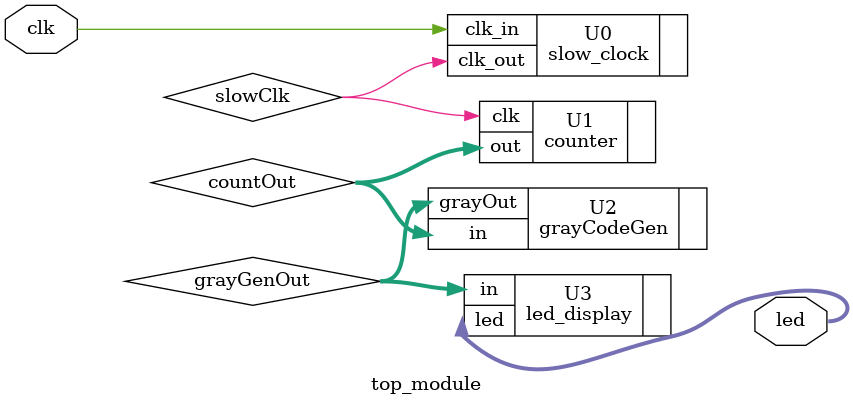
<source format=sv>
`timescale 1ns / 1ps
 
// Module Name: top_module
//////////////////////////////////////////////////////////////////////////////////


module top_module(
    input clk,
    output logic [2:0] led
    );
    
    logic slowClk;
    logic [2:0] countOut, grayGenOut;
    slow_clock  U0(.clk_in(clk), .clk_out(slowClk));
    counter     U1(.clk(slowClk), .out(countOut));
    grayCodeGen U2 (.in(countOut),.grayOut(grayGenOut));
    led_display U3(.in(grayGenOut), .led(led));
    
endmodule

</source>
